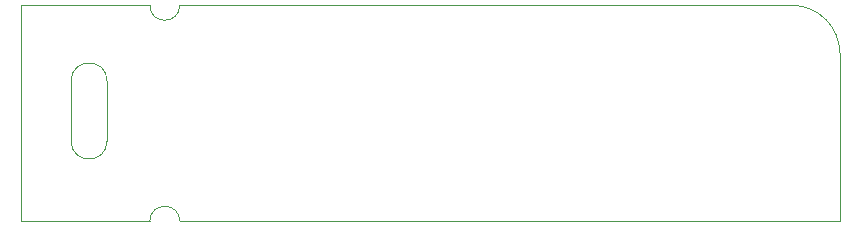
<source format=gbr>
G04 #@! TF.GenerationSoftware,KiCad,Pcbnew,(5.1.4)-1*
G04 #@! TF.CreationDate,2019-11-22T14:09:29+01:00*
G04 #@! TF.ProjectId,ArtNetNode1.3,4172744e-6574-44e6-9f64-65312e332e6b,rev?*
G04 #@! TF.SameCoordinates,Original*
G04 #@! TF.FileFunction,Profile,NP*
%FSLAX46Y46*%
G04 Gerber Fmt 4.6, Leading zero omitted, Abs format (unit mm)*
G04 Created by KiCad (PCBNEW (5.1.4)-1) date 2019-11-22 14:09:29*
%MOMM*%
%LPD*%
G04 APERTURE LIST*
%ADD10C,0.050000*%
G04 APERTURE END LIST*
D10*
X171704000Y-75184000D02*
X160782000Y-75184000D01*
X230124000Y-75184000D02*
X174244000Y-75184000D01*
X174244000Y-56896000D02*
X226060000Y-56896000D01*
X171704000Y-56896000D02*
X160782000Y-56896000D01*
X174244000Y-56896000D02*
G75*
G02X171704000Y-56896000I-1270000J0D01*
G01*
X171704000Y-75184000D02*
G75*
G02X174244000Y-75184000I1270000J0D01*
G01*
X230124000Y-60960000D02*
X230124000Y-75184000D01*
X230124000Y-60960000D02*
G75*
G03X226060000Y-56896000I-4064000J0D01*
G01*
X160782000Y-56896000D02*
X160782000Y-75184000D01*
X165039740Y-63305200D02*
G75*
G02X168087740Y-63305200I1524000J0D01*
G01*
X165039740Y-63305200D02*
X165039740Y-68385200D01*
X168087740Y-63305200D02*
X168087740Y-68385200D01*
X168087740Y-68385200D02*
G75*
G02X165039740Y-68385200I-1524000J0D01*
G01*
M02*

</source>
